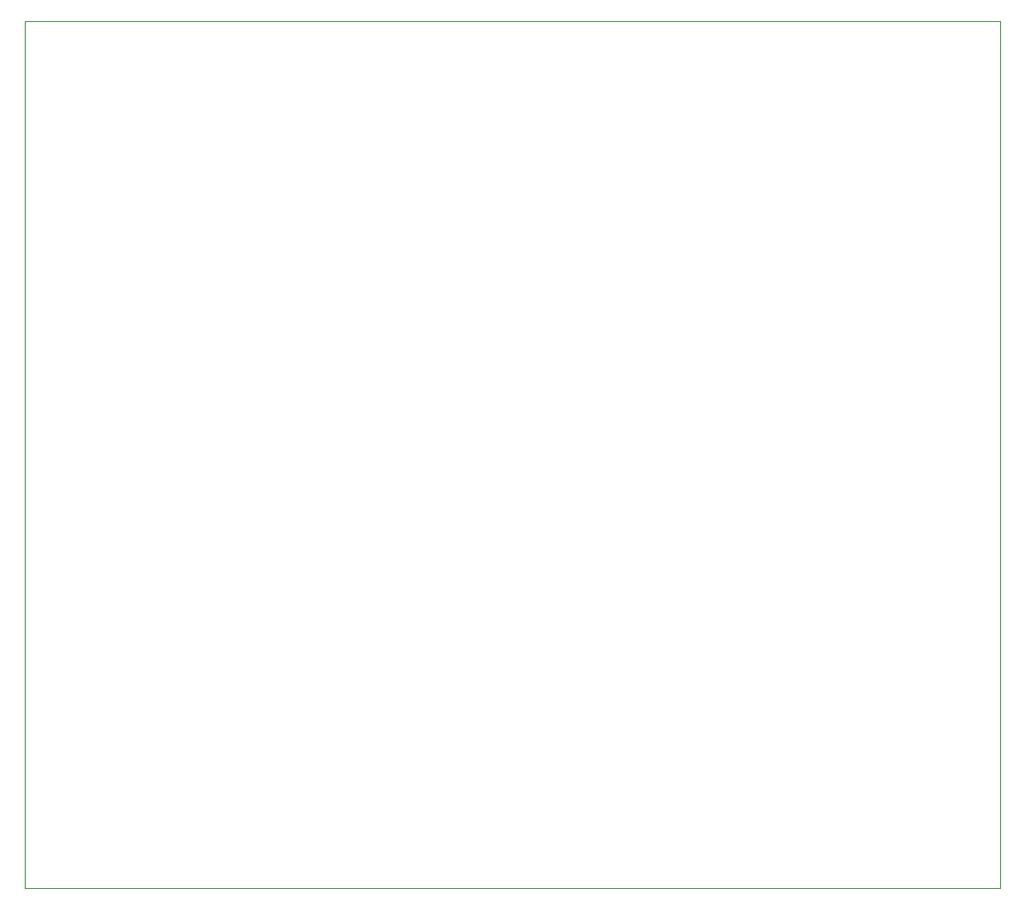
<source format=gm1>
G04 --- HEADER BEGIN --- *
%TF.GenerationSoftware,LibrePCB,LibrePCB,0.1.4*%
%TF.CreationDate,2020-05-17T22:52:56*%
%TF.ProjectId,Weather-Station-v1 - default,0f98d3d9-bdb5-4b12-bb1d-3210ebaa1a1a,v1*%
%TF.Part,Single*%
%FSLAX66Y66*%
%MOMM*%
G01*
G74*
G04 --- HEADER END --- *
G04 --- APERTURE LIST BEGIN --- *
%ADD10C,0.001*%
G04 --- APERTURE LIST END --- *
G04 --- BOARD BEGIN --- *
D10*
X0Y0D02*
X90000000Y0D01*
X90000000Y80000000D01*
X0Y80000000D01*
X0Y0D01*
G04 --- BOARD END --- *
%TF.MD5,ccab245aa4a9a085d2ec1a1d52eb177b*%
M02*

</source>
